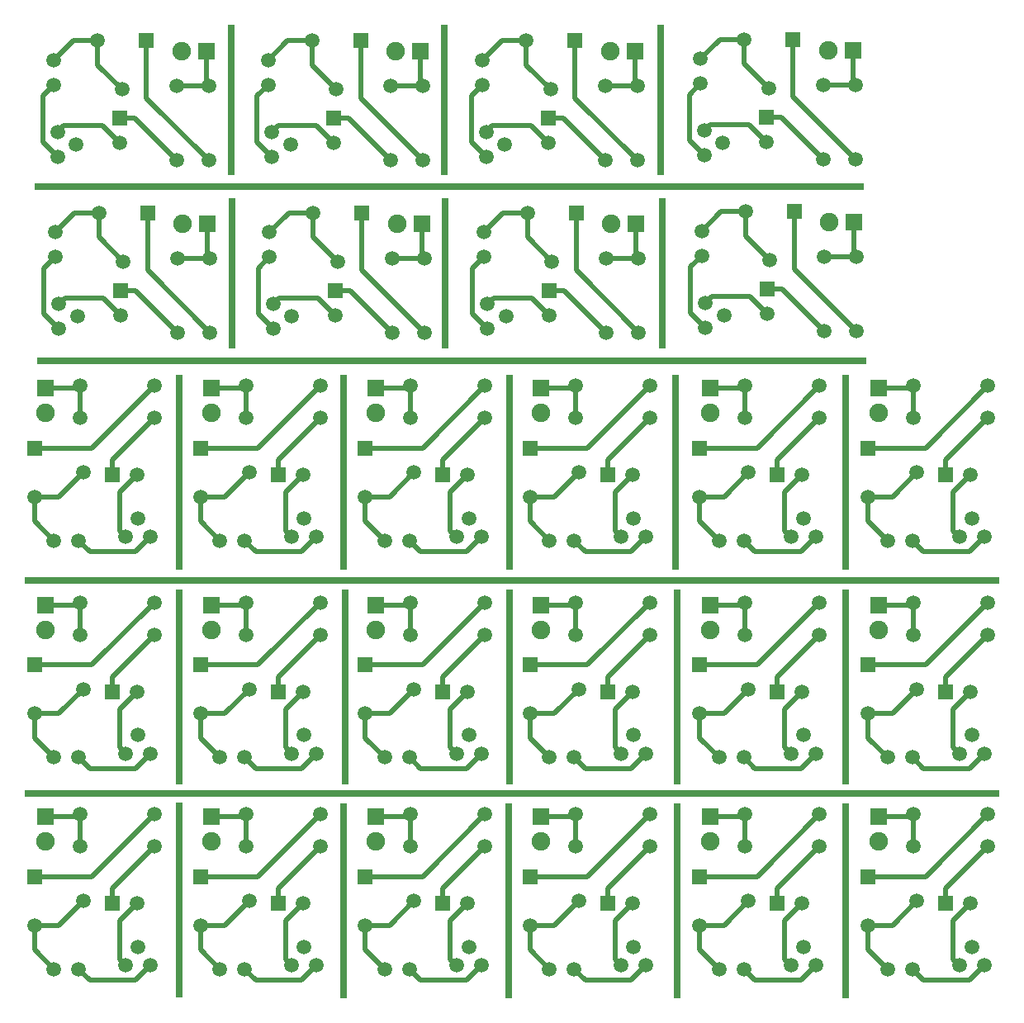
<source format=gbl>
G04 Layer_Physical_Order=2*
G04 Layer_Color=16711680*
%FSLAX25Y25*%
%MOIN*%
G70*
G01*
G75*
%ADD10C,0.02000*%
%ADD11R,0.02756X0.61024*%
%ADD12R,0.02756X0.78740*%
%ADD13R,3.34646X0.02756*%
%ADD14R,3.93701X0.02756*%
%ADD15C,0.05905*%
%ADD16R,0.05937X0.05937*%
%ADD17C,0.05937*%
%ADD18R,0.05905X0.05905*%
%ADD19R,0.07087X0.07087*%
%ADD20C,0.07480*%
%ADD21R,0.05937X0.05937*%
%ADD22R,0.05905X0.05905*%
%ADD23R,0.07087X0.07087*%
G36*
X279171Y354512D02*
X280605Y352948D01*
X280512Y350829D01*
X278948Y349395D01*
X276829Y349488D01*
X275395Y351052D01*
X275488Y353171D01*
X277052Y354605D01*
X279171Y354512D01*
D02*
G37*
G36*
X191171Y354012D02*
X192604Y352448D01*
X192512Y350329D01*
X190948Y348896D01*
X188829Y348988D01*
X187396Y350552D01*
X187488Y352671D01*
X189052Y354104D01*
X191171Y354012D01*
D02*
G37*
G36*
X104671D02*
X106105Y352448D01*
X106012Y350329D01*
X104448Y348896D01*
X102329Y348988D01*
X100896Y350552D01*
X100988Y352671D01*
X102552Y354104D01*
X104671Y354012D01*
D02*
G37*
G36*
X18171D02*
X19604Y352448D01*
X19512Y350329D01*
X17948Y348896D01*
X15829Y348988D01*
X14396Y350552D01*
X14488Y352671D01*
X16052Y354104D01*
X18171Y354012D01*
D02*
G37*
G36*
X286671Y349512D02*
X288105Y347948D01*
X288012Y345829D01*
X286448Y344395D01*
X284329Y344488D01*
X282895Y346052D01*
X282988Y348171D01*
X284552Y349605D01*
X286671Y349512D01*
D02*
G37*
G36*
X198671Y349012D02*
X200104Y347448D01*
X200012Y345329D01*
X198448Y343896D01*
X196329Y343988D01*
X194896Y345552D01*
X194988Y347671D01*
X196552Y349104D01*
X198671Y349012D01*
D02*
G37*
G36*
X112171D02*
X113604Y347448D01*
X113512Y345329D01*
X111948Y343896D01*
X109829Y343988D01*
X108396Y345552D01*
X108488Y347671D01*
X110052Y349104D01*
X112171Y349012D01*
D02*
G37*
G36*
X25671D02*
X27104Y347448D01*
X27012Y345329D01*
X25448Y343896D01*
X23329Y343988D01*
X21895Y345552D01*
X21988Y347671D01*
X23552Y349104D01*
X25671Y349012D01*
D02*
G37*
G36*
X279171Y344512D02*
X280605Y342948D01*
X280512Y340829D01*
X278948Y339395D01*
X276829Y339488D01*
X275395Y341052D01*
X275488Y343171D01*
X277052Y344604D01*
X279171Y344512D01*
D02*
G37*
G36*
X191171Y344012D02*
X192604Y342448D01*
X192512Y340329D01*
X190948Y338896D01*
X188829Y338988D01*
X187396Y340552D01*
X187488Y342671D01*
X189052Y344105D01*
X191171Y344012D01*
D02*
G37*
G36*
X104671D02*
X106105Y342448D01*
X106012Y340329D01*
X104448Y338896D01*
X102329Y338988D01*
X100896Y340552D01*
X100988Y342671D01*
X102552Y344105D01*
X104671Y344012D01*
D02*
G37*
G36*
X18171D02*
X19604Y342448D01*
X19512Y340329D01*
X17948Y338896D01*
X15829Y338988D01*
X14396Y340552D01*
X14488Y342671D01*
X16052Y344105D01*
X18171Y344012D01*
D02*
G37*
G36*
X279671Y285012D02*
X281104Y283448D01*
X281012Y281329D01*
X279448Y279895D01*
X277329Y279988D01*
X275896Y281552D01*
X275988Y283671D01*
X277552Y285104D01*
X279671Y285012D01*
D02*
G37*
G36*
X191671Y284512D02*
X193105Y282948D01*
X193012Y280829D01*
X191448Y279396D01*
X189329Y279488D01*
X187896Y281052D01*
X187988Y283171D01*
X189552Y284605D01*
X191671Y284512D01*
D02*
G37*
G36*
X105171D02*
X106605Y282948D01*
X106512Y280829D01*
X104948Y279396D01*
X102829Y279488D01*
X101395Y281052D01*
X101488Y283171D01*
X103052Y284605D01*
X105171Y284512D01*
D02*
G37*
G36*
X18671D02*
X20105Y282948D01*
X20012Y280829D01*
X18448Y279396D01*
X16329Y279488D01*
X14896Y281052D01*
X14988Y283171D01*
X16552Y284605D01*
X18671Y284512D01*
D02*
G37*
G36*
X287171Y280012D02*
X288604Y278448D01*
X288512Y276329D01*
X286948Y274896D01*
X284829Y274988D01*
X283396Y276552D01*
X283488Y278671D01*
X285052Y280104D01*
X287171Y280012D01*
D02*
G37*
G36*
X199171Y279512D02*
X200605Y277948D01*
X200512Y275829D01*
X198948Y274395D01*
X196829Y274488D01*
X195396Y276052D01*
X195488Y278171D01*
X197052Y279605D01*
X199171Y279512D01*
D02*
G37*
G36*
X112671D02*
X114104Y277948D01*
X114012Y275829D01*
X112448Y274395D01*
X110329Y274488D01*
X108896Y276052D01*
X108988Y278171D01*
X110552Y279605D01*
X112671Y279512D01*
D02*
G37*
G36*
X26171D02*
X27604Y277948D01*
X27512Y275829D01*
X25948Y274395D01*
X23829Y274488D01*
X22396Y276052D01*
X22488Y278171D01*
X24052Y279605D01*
X26171Y279512D01*
D02*
G37*
G36*
X279671Y275012D02*
X281104Y273448D01*
X281012Y271329D01*
X279448Y269896D01*
X277329Y269988D01*
X275896Y271552D01*
X275988Y273671D01*
X277552Y275104D01*
X279671Y275012D01*
D02*
G37*
G36*
X191671Y274512D02*
X193105Y272948D01*
X193012Y270829D01*
X191448Y269395D01*
X189329Y269488D01*
X187896Y271052D01*
X187988Y273171D01*
X189552Y274605D01*
X191671Y274512D01*
D02*
G37*
G36*
X105171D02*
X106605Y272948D01*
X106512Y270829D01*
X104948Y269395D01*
X102829Y269488D01*
X101395Y271052D01*
X101488Y273171D01*
X103052Y274605D01*
X105171Y274512D01*
D02*
G37*
G36*
X18671D02*
X20105Y272948D01*
X20012Y270829D01*
X18448Y269395D01*
X16329Y269488D01*
X14896Y271052D01*
X14988Y273171D01*
X16552Y274605D01*
X18671Y274512D01*
D02*
G37*
G36*
X387171Y198012D02*
X388604Y196448D01*
X388512Y194329D01*
X386948Y192895D01*
X384829Y192988D01*
X383396Y194552D01*
X383488Y196671D01*
X385052Y198105D01*
X387171Y198012D01*
D02*
G37*
G36*
X319171D02*
X320604Y196448D01*
X320512Y194329D01*
X318948Y192895D01*
X316829Y192988D01*
X315395Y194552D01*
X315488Y196671D01*
X317052Y198105D01*
X319171Y198012D01*
D02*
G37*
G36*
X250671D02*
X252104Y196448D01*
X252012Y194329D01*
X250448Y192895D01*
X248329Y192988D01*
X246896Y194552D01*
X246988Y196671D01*
X248552Y198105D01*
X250671Y198012D01*
D02*
G37*
G36*
X184171D02*
X185605Y196448D01*
X185512Y194329D01*
X183948Y192895D01*
X181829Y192988D01*
X180395Y194552D01*
X180488Y196671D01*
X182052Y198105D01*
X184171Y198012D01*
D02*
G37*
G36*
X117671D02*
X119105Y196448D01*
X119012Y194329D01*
X117448Y192895D01*
X115329Y192988D01*
X113895Y194552D01*
X113988Y196671D01*
X115552Y198105D01*
X117671Y198012D01*
D02*
G37*
G36*
X50671D02*
X52105Y196448D01*
X52012Y194329D01*
X50448Y192895D01*
X48329Y192988D01*
X46896Y194552D01*
X46988Y196671D01*
X48552Y198105D01*
X50671Y198012D01*
D02*
G37*
G36*
X392171Y190512D02*
X393604Y188948D01*
X393512Y186829D01*
X391948Y185396D01*
X389829Y185488D01*
X388396Y187052D01*
X388488Y189171D01*
X390052Y190604D01*
X392171Y190512D01*
D02*
G37*
G36*
X382171D02*
X383605Y188948D01*
X383512Y186829D01*
X381948Y185396D01*
X379829Y185488D01*
X378396Y187052D01*
X378488Y189171D01*
X380052Y190604D01*
X382171Y190512D01*
D02*
G37*
G36*
X324171D02*
X325605Y188948D01*
X325512Y186829D01*
X323948Y185396D01*
X321829Y185488D01*
X320395Y187052D01*
X320488Y189171D01*
X322052Y190604D01*
X324171Y190512D01*
D02*
G37*
G36*
X314171D02*
X315604Y188948D01*
X315512Y186829D01*
X313948Y185396D01*
X311829Y185488D01*
X310396Y187052D01*
X310488Y189171D01*
X312052Y190604D01*
X314171Y190512D01*
D02*
G37*
G36*
X255671D02*
X257104Y188948D01*
X257012Y186829D01*
X255448Y185396D01*
X253329Y185488D01*
X251895Y187052D01*
X251988Y189171D01*
X253552Y190604D01*
X255671Y190512D01*
D02*
G37*
G36*
X245671D02*
X247105Y188948D01*
X247012Y186829D01*
X245448Y185396D01*
X243329Y185488D01*
X241896Y187052D01*
X241988Y189171D01*
X243552Y190604D01*
X245671Y190512D01*
D02*
G37*
G36*
X189171D02*
X190604Y188948D01*
X190512Y186829D01*
X188948Y185396D01*
X186829Y185488D01*
X185396Y187052D01*
X185488Y189171D01*
X187052Y190604D01*
X189171Y190512D01*
D02*
G37*
G36*
X179171D02*
X180605Y188948D01*
X180512Y186829D01*
X178948Y185396D01*
X176829Y185488D01*
X175396Y187052D01*
X175488Y189171D01*
X177052Y190604D01*
X179171Y190512D01*
D02*
G37*
G36*
X122671D02*
X124104Y188948D01*
X124012Y186829D01*
X122448Y185396D01*
X120329Y185488D01*
X118895Y187052D01*
X118988Y189171D01*
X120552Y190604D01*
X122671Y190512D01*
D02*
G37*
G36*
X112671D02*
X114104Y188948D01*
X114012Y186829D01*
X112448Y185396D01*
X110329Y185488D01*
X108896Y187052D01*
X108988Y189171D01*
X110552Y190604D01*
X112671Y190512D01*
D02*
G37*
G36*
X55671D02*
X57104Y188948D01*
X57012Y186829D01*
X55448Y185396D01*
X53329Y185488D01*
X51895Y187052D01*
X51988Y189171D01*
X53552Y190604D01*
X55671Y190512D01*
D02*
G37*
G36*
X45671D02*
X47104Y188948D01*
X47012Y186829D01*
X45448Y185396D01*
X43329Y185488D01*
X41895Y187052D01*
X41988Y189171D01*
X43552Y190604D01*
X45671Y190512D01*
D02*
G37*
G36*
X387171Y110512D02*
X388604Y108948D01*
X388512Y106829D01*
X386948Y105395D01*
X384829Y105488D01*
X383396Y107052D01*
X383488Y109171D01*
X385052Y110605D01*
X387171Y110512D01*
D02*
G37*
G36*
X319171D02*
X320604Y108948D01*
X320512Y106829D01*
X318948Y105395D01*
X316829Y105488D01*
X315395Y107052D01*
X315488Y109171D01*
X317052Y110605D01*
X319171Y110512D01*
D02*
G37*
G36*
X250671D02*
X252104Y108948D01*
X252012Y106829D01*
X250448Y105395D01*
X248329Y105488D01*
X246896Y107052D01*
X246988Y109171D01*
X248552Y110605D01*
X250671Y110512D01*
D02*
G37*
G36*
X184171D02*
X185605Y108948D01*
X185512Y106829D01*
X183948Y105395D01*
X181829Y105488D01*
X180395Y107052D01*
X180488Y109171D01*
X182052Y110605D01*
X184171Y110512D01*
D02*
G37*
G36*
X117671D02*
X119105Y108948D01*
X119012Y106829D01*
X117448Y105395D01*
X115329Y105488D01*
X113895Y107052D01*
X113988Y109171D01*
X115552Y110605D01*
X117671Y110512D01*
D02*
G37*
G36*
X50671D02*
X52105Y108948D01*
X52012Y106829D01*
X50448Y105395D01*
X48329Y105488D01*
X46896Y107052D01*
X46988Y109171D01*
X48552Y110605D01*
X50671Y110512D01*
D02*
G37*
G36*
X392171Y103012D02*
X393604Y101448D01*
X393512Y99329D01*
X391948Y97895D01*
X389829Y97988D01*
X388396Y99552D01*
X388488Y101671D01*
X390052Y103104D01*
X392171Y103012D01*
D02*
G37*
G36*
X382171D02*
X383605Y101448D01*
X383512Y99329D01*
X381948Y97895D01*
X379829Y97988D01*
X378396Y99552D01*
X378488Y101671D01*
X380052Y103104D01*
X382171Y103012D01*
D02*
G37*
G36*
X324171D02*
X325605Y101448D01*
X325512Y99329D01*
X323948Y97895D01*
X321829Y97988D01*
X320395Y99552D01*
X320488Y101671D01*
X322052Y103104D01*
X324171Y103012D01*
D02*
G37*
G36*
X314171D02*
X315604Y101448D01*
X315512Y99329D01*
X313948Y97895D01*
X311829Y97988D01*
X310396Y99552D01*
X310488Y101671D01*
X312052Y103104D01*
X314171Y103012D01*
D02*
G37*
G36*
X255671D02*
X257104Y101448D01*
X257012Y99329D01*
X255448Y97895D01*
X253329Y97988D01*
X251895Y99552D01*
X251988Y101671D01*
X253552Y103104D01*
X255671Y103012D01*
D02*
G37*
G36*
X245671D02*
X247105Y101448D01*
X247012Y99329D01*
X245448Y97895D01*
X243329Y97988D01*
X241896Y99552D01*
X241988Y101671D01*
X243552Y103104D01*
X245671Y103012D01*
D02*
G37*
G36*
X189171D02*
X190604Y101448D01*
X190512Y99329D01*
X188948Y97895D01*
X186829Y97988D01*
X185396Y99552D01*
X185488Y101671D01*
X187052Y103104D01*
X189171Y103012D01*
D02*
G37*
G36*
X179171D02*
X180605Y101448D01*
X180512Y99329D01*
X178948Y97895D01*
X176829Y97988D01*
X175396Y99552D01*
X175488Y101671D01*
X177052Y103104D01*
X179171Y103012D01*
D02*
G37*
G36*
X122671D02*
X124104Y101448D01*
X124012Y99329D01*
X122448Y97895D01*
X120329Y97988D01*
X118895Y99552D01*
X118988Y101671D01*
X120552Y103104D01*
X122671Y103012D01*
D02*
G37*
G36*
X112671D02*
X114104Y101448D01*
X114012Y99329D01*
X112448Y97895D01*
X110329Y97988D01*
X108896Y99552D01*
X108988Y101671D01*
X110552Y103104D01*
X112671Y103012D01*
D02*
G37*
G36*
X55671D02*
X57104Y101448D01*
X57012Y99329D01*
X55448Y97895D01*
X53329Y97988D01*
X51895Y99552D01*
X51988Y101671D01*
X53552Y103104D01*
X55671Y103012D01*
D02*
G37*
G36*
X45671D02*
X47104Y101448D01*
X47012Y99329D01*
X45448Y97895D01*
X43329Y97988D01*
X41895Y99552D01*
X41988Y101671D01*
X43552Y103104D01*
X45671Y103012D01*
D02*
G37*
G36*
X387171Y25012D02*
X388604Y23448D01*
X388512Y21329D01*
X386948Y19895D01*
X384829Y19988D01*
X383396Y21552D01*
X383488Y23671D01*
X385052Y25104D01*
X387171Y25012D01*
D02*
G37*
G36*
X319171D02*
X320604Y23448D01*
X320512Y21329D01*
X318948Y19895D01*
X316829Y19988D01*
X315395Y21552D01*
X315488Y23671D01*
X317052Y25104D01*
X319171Y25012D01*
D02*
G37*
G36*
X250671D02*
X252104Y23448D01*
X252012Y21329D01*
X250448Y19895D01*
X248329Y19988D01*
X246896Y21552D01*
X246988Y23671D01*
X248552Y25104D01*
X250671Y25012D01*
D02*
G37*
G36*
X184171D02*
X185605Y23448D01*
X185512Y21329D01*
X183948Y19895D01*
X181829Y19988D01*
X180395Y21552D01*
X180488Y23671D01*
X182052Y25104D01*
X184171Y25012D01*
D02*
G37*
G36*
X117671D02*
X119105Y23448D01*
X119012Y21329D01*
X117448Y19895D01*
X115329Y19988D01*
X113895Y21552D01*
X113988Y23671D01*
X115552Y25104D01*
X117671Y25012D01*
D02*
G37*
G36*
X50671D02*
X52105Y23448D01*
X52012Y21329D01*
X50448Y19895D01*
X48329Y19988D01*
X46896Y21552D01*
X46988Y23671D01*
X48552Y25104D01*
X50671Y25012D01*
D02*
G37*
G36*
X392171Y17512D02*
X393604Y15948D01*
X393512Y13829D01*
X391948Y12395D01*
X389829Y12488D01*
X388396Y14052D01*
X388488Y16171D01*
X390052Y17605D01*
X392171Y17512D01*
D02*
G37*
G36*
X382171D02*
X383605Y15948D01*
X383512Y13829D01*
X381948Y12395D01*
X379829Y12488D01*
X378396Y14052D01*
X378488Y16171D01*
X380052Y17605D01*
X382171Y17512D01*
D02*
G37*
G36*
X324171D02*
X325605Y15948D01*
X325512Y13829D01*
X323948Y12395D01*
X321829Y12488D01*
X320395Y14052D01*
X320488Y16171D01*
X322052Y17605D01*
X324171Y17512D01*
D02*
G37*
G36*
X314171D02*
X315604Y15948D01*
X315512Y13829D01*
X313948Y12395D01*
X311829Y12488D01*
X310396Y14052D01*
X310488Y16171D01*
X312052Y17605D01*
X314171Y17512D01*
D02*
G37*
G36*
X255671D02*
X257104Y15948D01*
X257012Y13829D01*
X255448Y12395D01*
X253329Y12488D01*
X251895Y14052D01*
X251988Y16171D01*
X253552Y17605D01*
X255671Y17512D01*
D02*
G37*
G36*
X245671D02*
X247105Y15948D01*
X247012Y13829D01*
X245448Y12395D01*
X243329Y12488D01*
X241896Y14052D01*
X241988Y16171D01*
X243552Y17605D01*
X245671Y17512D01*
D02*
G37*
G36*
X189171D02*
X190604Y15948D01*
X190512Y13829D01*
X188948Y12395D01*
X186829Y12488D01*
X185396Y14052D01*
X185488Y16171D01*
X187052Y17605D01*
X189171Y17512D01*
D02*
G37*
G36*
X179171D02*
X180605Y15948D01*
X180512Y13829D01*
X178948Y12395D01*
X176829Y12488D01*
X175396Y14052D01*
X175488Y16171D01*
X177052Y17605D01*
X179171Y17512D01*
D02*
G37*
G36*
X122671D02*
X124104Y15948D01*
X124012Y13829D01*
X122448Y12395D01*
X120329Y12488D01*
X118895Y14052D01*
X118988Y16171D01*
X120552Y17605D01*
X122671Y17512D01*
D02*
G37*
G36*
X112671D02*
X114104Y15948D01*
X114012Y13829D01*
X112448Y12395D01*
X110329Y12488D01*
X108896Y14052D01*
X108988Y16171D01*
X110552Y17605D01*
X112671Y17512D01*
D02*
G37*
G36*
X55671D02*
X57104Y15948D01*
X57012Y13829D01*
X55448Y12395D01*
X53329Y12488D01*
X51895Y14052D01*
X51988Y16171D01*
X53552Y17605D01*
X55671Y17512D01*
D02*
G37*
G36*
X45671D02*
X47104Y15948D01*
X47012Y13829D01*
X45448Y12395D01*
X43329Y12488D01*
X41895Y14052D01*
X41988Y16171D01*
X43552Y17605D01*
X45671Y17512D01*
D02*
G37*
D10*
X338000Y371500D02*
Y384500D01*
Y371500D02*
X339000Y370500D01*
X326000D02*
X339000D01*
X313843Y365657D02*
X339000Y340500D01*
X313843Y365657D02*
Y388843D01*
X309000Y357500D02*
X326000Y340500D01*
X303000Y357500D02*
X309000D01*
X296000Y354500D02*
X303000Y347500D01*
X280500Y354500D02*
X296000D01*
X278000Y352000D02*
X280500Y354500D01*
X272000Y348000D02*
X278000Y342000D01*
X272000Y348000D02*
Y366500D01*
X276500Y371000D01*
X284343Y388843D02*
X294158D01*
X276500Y381000D02*
X284343Y388843D01*
X294158Y379000D02*
Y388843D01*
Y379000D02*
X304000Y369158D01*
X294657Y309500D02*
X304500Y299658D01*
X294657Y309500D02*
Y319342D01*
X277000Y311500D02*
X284842Y319342D01*
X294657D01*
X272500Y297000D02*
X277000Y301500D01*
X272500Y278500D02*
Y297000D01*
Y278500D02*
X278500Y272500D01*
Y282500D02*
X281000Y285000D01*
X296500D01*
X303500Y278000D01*
Y288000D02*
X309500D01*
X326500Y271000D01*
X314342Y296158D02*
Y319342D01*
Y296158D02*
X339500Y271000D01*
X326500Y301000D02*
X339500D01*
X338500Y302000D02*
X339500Y301000D01*
X338500Y302000D02*
Y315000D01*
X250000Y371000D02*
Y384000D01*
Y371000D02*
X251000Y370000D01*
X238000D02*
X251000D01*
X225842Y365158D02*
X251000Y340000D01*
X225842Y365158D02*
Y388342D01*
X221000Y357000D02*
X238000Y340000D01*
X215000Y357000D02*
X221000D01*
X208000Y354000D02*
X215000Y347000D01*
X192500Y354000D02*
X208000D01*
X190000Y351500D02*
X192500Y354000D01*
X184000Y347500D02*
X190000Y341500D01*
X184000Y347500D02*
Y366000D01*
X188500Y370500D01*
X196343Y388342D02*
X206157D01*
X188500Y380500D02*
X196343Y388342D01*
X206157Y378500D02*
Y388342D01*
Y378500D02*
X216000Y368657D01*
X206658Y309000D02*
X216500Y299158D01*
X206658Y309000D02*
Y318843D01*
X189000Y311000D02*
X196843Y318843D01*
X206658D01*
X184500Y296500D02*
X189000Y301000D01*
X184500Y278000D02*
Y296500D01*
Y278000D02*
X190500Y272000D01*
Y282000D02*
X193000Y284500D01*
X208500D01*
X215500Y277500D01*
Y287500D02*
X221500D01*
X238500Y270500D01*
X226343Y295657D02*
Y318843D01*
Y295657D02*
X251500Y270500D01*
X238500Y300500D02*
X251500D01*
X250500Y301500D02*
X251500Y300500D01*
X250500Y301500D02*
Y314500D01*
X163500Y371000D02*
Y384000D01*
Y371000D02*
X164500Y370000D01*
X151500D02*
X164500D01*
X139342Y365158D02*
X164500Y340000D01*
X139342Y365158D02*
Y388342D01*
X134500Y357000D02*
X151500Y340000D01*
X128500Y357000D02*
X134500D01*
X121500Y354000D02*
X128500Y347000D01*
X106000Y354000D02*
X121500D01*
X103500Y351500D02*
X106000Y354000D01*
X97500Y347500D02*
X103500Y341500D01*
X97500Y347500D02*
Y366000D01*
X102000Y370500D01*
X109843Y388342D02*
X119658D01*
X102000Y380500D02*
X109843Y388342D01*
X119658Y378500D02*
Y388342D01*
Y378500D02*
X129500Y368657D01*
X120158Y309000D02*
X130000Y299158D01*
X120158Y309000D02*
Y318843D01*
X102500Y311000D02*
X110343Y318843D01*
X120158D01*
X98000Y296500D02*
X102500Y301000D01*
X98000Y278000D02*
Y296500D01*
Y278000D02*
X104000Y272000D01*
Y282000D02*
X106500Y284500D01*
X122000D01*
X129000Y277500D01*
Y287500D02*
X135000D01*
X152000Y270500D01*
X139842Y295657D02*
Y318843D01*
Y295657D02*
X165000Y270500D01*
X152000Y300500D02*
X165000D01*
X164000Y301500D02*
X165000Y300500D01*
X164000Y301500D02*
Y314500D01*
X77000Y371000D02*
Y384000D01*
Y371000D02*
X78000Y370000D01*
X65000D02*
X78000D01*
X52842Y365158D02*
X78000Y340000D01*
X52842Y365158D02*
Y388342D01*
X48000Y357000D02*
X65000Y340000D01*
X42000Y357000D02*
X48000D01*
X35000Y354000D02*
X42000Y347000D01*
X19500Y354000D02*
X35000D01*
X17000Y351500D02*
X19500Y354000D01*
X11000Y347500D02*
X17000Y341500D01*
X11000Y347500D02*
Y366000D01*
X15500Y370500D01*
X23343Y388342D02*
X33158D01*
X15500Y380500D02*
X23343Y388342D01*
X33158Y378500D02*
Y388342D01*
Y378500D02*
X43000Y368657D01*
X33658Y309000D02*
X43500Y299158D01*
X33658Y309000D02*
Y318843D01*
X16000Y311000D02*
X23843Y318843D01*
X33658D01*
X11500Y296500D02*
X16000Y301000D01*
X11500Y278000D02*
Y296500D01*
Y278000D02*
X17500Y272000D01*
Y282000D02*
X20000Y284500D01*
X35500D01*
X42500Y277500D01*
Y287500D02*
X48500D01*
X65500Y270500D01*
X53342Y295657D02*
Y318843D01*
Y295657D02*
X78500Y270500D01*
X65500Y300500D02*
X78500D01*
X77500Y301500D02*
X78500Y300500D01*
X77500Y301500D02*
Y314500D01*
X12000Y248000D02*
X25000D01*
X26000Y249000D01*
Y236000D02*
Y249000D01*
X30843Y223843D02*
X56000Y249000D01*
X7658Y223843D02*
X30843D01*
X39000Y219000D02*
X56000Y236000D01*
X39000Y213000D02*
Y219000D01*
X42000Y206000D02*
X49000Y213000D01*
X42000Y190500D02*
Y206000D01*
Y190500D02*
X44500Y188000D01*
X48500Y182000D02*
X54500Y188000D01*
X30000Y182000D02*
X48500D01*
X25500Y186500D02*
X30000Y182000D01*
X7658Y194343D02*
Y204157D01*
Y194343D02*
X15500Y186500D01*
X7658Y204157D02*
X17500D01*
X27343Y214000D01*
X84500Y204157D02*
X94342Y214000D01*
X74657Y204157D02*
X84500D01*
X74657Y194343D02*
X82500Y186500D01*
X74657Y194343D02*
Y204157D01*
X92500Y186500D02*
X97000Y182000D01*
X115500D01*
X121500Y188000D01*
X109000Y190500D02*
X111500Y188000D01*
X109000Y190500D02*
Y206000D01*
X116000Y213000D01*
X106000D02*
Y219000D01*
X123000Y236000D01*
X74657Y223843D02*
X97843D01*
X123000Y249000D01*
X93000Y236000D02*
Y249000D01*
X92000Y248000D02*
X93000Y249000D01*
X79000Y248000D02*
X92000D01*
X151000Y204157D02*
X160843Y214000D01*
X141157Y204157D02*
X151000D01*
X141157Y194343D02*
X149000Y186500D01*
X141157Y194343D02*
Y204157D01*
X159000Y186500D02*
X163500Y182000D01*
X182000D01*
X188000Y188000D01*
X175500Y190500D02*
X178000Y188000D01*
X175500Y190500D02*
Y206000D01*
X182500Y213000D01*
X172500D02*
Y219000D01*
X189500Y236000D01*
X141157Y223843D02*
X164342D01*
X189500Y249000D01*
X159500Y236000D02*
Y249000D01*
X158500Y248000D02*
X159500Y249000D01*
X145500Y248000D02*
X158500D01*
X217500Y204157D02*
X227343Y214000D01*
X207658Y204157D02*
X217500D01*
X207658Y194343D02*
X215500Y186500D01*
X207658Y194343D02*
Y204157D01*
X225500Y186500D02*
X230000Y182000D01*
X248500D01*
X254500Y188000D01*
X242000Y190500D02*
X244500Y188000D01*
X242000Y190500D02*
Y206000D01*
X249000Y213000D01*
X239000D02*
Y219000D01*
X256000Y236000D01*
X207658Y223843D02*
X230842D01*
X256000Y249000D01*
X226000Y236000D02*
Y249000D01*
X225000Y248000D02*
X226000Y249000D01*
X212000Y248000D02*
X225000D01*
X354000Y204157D02*
X363843Y214000D01*
X344158Y204157D02*
X354000D01*
X344158Y194343D02*
X352000Y186500D01*
X344158Y194343D02*
Y204157D01*
X362000Y186500D02*
X366500Y182000D01*
X385000D01*
X391000Y188000D01*
X378500Y190500D02*
X381000Y188000D01*
X378500Y190500D02*
Y206000D01*
X385500Y213000D01*
X375500D02*
Y219000D01*
X392500Y236000D01*
X344158Y223843D02*
X367342D01*
X392500Y249000D01*
X362500Y236000D02*
Y249000D01*
X361500Y248000D02*
X362500Y249000D01*
X348500Y248000D02*
X361500D01*
X286000Y204157D02*
X295843Y214000D01*
X276157Y204157D02*
X286000D01*
X276157Y194343D02*
X284000Y186500D01*
X276157Y194343D02*
Y204157D01*
X294000Y186500D02*
X298500Y182000D01*
X317000D01*
X323000Y188000D01*
X310500Y190500D02*
X313000Y188000D01*
X310500Y190500D02*
Y206000D01*
X317500Y213000D01*
X307500D02*
Y219000D01*
X324500Y236000D01*
X276157Y223843D02*
X299342D01*
X324500Y249000D01*
X294500Y236000D02*
Y249000D01*
X293500Y248000D02*
X294500Y249000D01*
X280500Y248000D02*
X293500D01*
X12000Y160500D02*
X25000D01*
X26000Y161500D01*
Y148500D02*
Y161500D01*
X30843Y136343D02*
X56000Y161500D01*
X7658Y136343D02*
X30843D01*
X39000Y131500D02*
X56000Y148500D01*
X39000Y125500D02*
Y131500D01*
X42000Y118500D02*
X49000Y125500D01*
X42000Y103000D02*
Y118500D01*
Y103000D02*
X44500Y100500D01*
X48500Y94500D02*
X54500Y100500D01*
X30000Y94500D02*
X48500D01*
X25500Y99000D02*
X30000Y94500D01*
X7658Y106843D02*
Y116657D01*
Y106843D02*
X15500Y99000D01*
X7658Y116657D02*
X17500D01*
X27343Y126500D01*
X84500Y116657D02*
X94342Y126500D01*
X74657Y116657D02*
X84500D01*
X74657Y106843D02*
X82500Y99000D01*
X74657Y106843D02*
Y116657D01*
X92500Y99000D02*
X97000Y94500D01*
X115500D01*
X121500Y100500D01*
X109000Y103000D02*
X111500Y100500D01*
X109000Y103000D02*
Y118500D01*
X116000Y125500D01*
X106000D02*
Y131500D01*
X123000Y148500D01*
X74657Y136343D02*
X97843D01*
X123000Y161500D01*
X93000Y148500D02*
Y161500D01*
X92000Y160500D02*
X93000Y161500D01*
X79000Y160500D02*
X92000D01*
X151000Y116657D02*
X160843Y126500D01*
X141157Y116657D02*
X151000D01*
X141157Y106843D02*
X149000Y99000D01*
X141157Y106843D02*
Y116657D01*
X159000Y99000D02*
X163500Y94500D01*
X182000D01*
X188000Y100500D01*
X175500Y103000D02*
X178000Y100500D01*
X175500Y103000D02*
Y118500D01*
X182500Y125500D01*
X172500D02*
Y131500D01*
X189500Y148500D01*
X141157Y136343D02*
X164342D01*
X189500Y161500D01*
X159500Y148500D02*
Y161500D01*
X158500Y160500D02*
X159500Y161500D01*
X145500Y160500D02*
X158500D01*
X217500Y116657D02*
X227343Y126500D01*
X207658Y116657D02*
X217500D01*
X207658Y106843D02*
X215500Y99000D01*
X207658Y106843D02*
Y116657D01*
X225500Y99000D02*
X230000Y94500D01*
X248500D01*
X254500Y100500D01*
X242000Y103000D02*
X244500Y100500D01*
X242000Y103000D02*
Y118500D01*
X249000Y125500D01*
X239000D02*
Y131500D01*
X256000Y148500D01*
X207658Y136343D02*
X230842D01*
X256000Y161500D01*
X226000Y148500D02*
Y161500D01*
X225000Y160500D02*
X226000Y161500D01*
X212000Y160500D02*
X225000D01*
X354000Y116657D02*
X363843Y126500D01*
X344158Y116657D02*
X354000D01*
X344158Y106843D02*
X352000Y99000D01*
X344158Y106843D02*
Y116657D01*
X362000Y99000D02*
X366500Y94500D01*
X385000D01*
X391000Y100500D01*
X378500Y103000D02*
X381000Y100500D01*
X378500Y103000D02*
Y118500D01*
X385500Y125500D01*
X375500D02*
Y131500D01*
X392500Y148500D01*
X344158Y136343D02*
X367342D01*
X392500Y161500D01*
X362500Y148500D02*
Y161500D01*
X361500Y160500D02*
X362500Y161500D01*
X348500Y160500D02*
X361500D01*
X286000Y116657D02*
X295843Y126500D01*
X276157Y116657D02*
X286000D01*
X276157Y106843D02*
X284000Y99000D01*
X276157Y106843D02*
Y116657D01*
X294000Y99000D02*
X298500Y94500D01*
X317000D01*
X323000Y100500D01*
X310500Y103000D02*
X313000Y100500D01*
X310500Y103000D02*
Y118500D01*
X317500Y125500D01*
X307500D02*
Y131500D01*
X324500Y148500D01*
X276157Y136343D02*
X299342D01*
X324500Y161500D01*
X294500Y148500D02*
Y161500D01*
X293500Y160500D02*
X294500Y161500D01*
X280500Y160500D02*
X293500D01*
X280500Y75000D02*
X293500D01*
X294500Y76000D01*
Y63000D02*
Y76000D01*
X299342Y50842D02*
X324500Y76000D01*
X276157Y50842D02*
X299342D01*
X307500Y46000D02*
X324500Y63000D01*
X307500Y40000D02*
Y46000D01*
X310500Y33000D02*
X317500Y40000D01*
X310500Y17500D02*
Y33000D01*
Y17500D02*
X313000Y15000D01*
X317000Y9000D02*
X323000Y15000D01*
X298500Y9000D02*
X317000D01*
X294000Y13500D02*
X298500Y9000D01*
X276157Y21342D02*
Y31157D01*
Y21342D02*
X284000Y13500D01*
X276157Y31157D02*
X286000D01*
X295843Y41000D01*
X348500Y75000D02*
X361500D01*
X362500Y76000D01*
Y63000D02*
Y76000D01*
X367342Y50842D02*
X392500Y76000D01*
X344158Y50842D02*
X367342D01*
X375500Y46000D02*
X392500Y63000D01*
X375500Y40000D02*
Y46000D01*
X378500Y33000D02*
X385500Y40000D01*
X378500Y17500D02*
Y33000D01*
Y17500D02*
X381000Y15000D01*
X385000Y9000D02*
X391000Y15000D01*
X366500Y9000D02*
X385000D01*
X362000Y13500D02*
X366500Y9000D01*
X344158Y21342D02*
Y31157D01*
Y21342D02*
X352000Y13500D01*
X344158Y31157D02*
X354000D01*
X363843Y41000D01*
X212000Y75000D02*
X225000D01*
X226000Y76000D01*
Y63000D02*
Y76000D01*
X230842Y50842D02*
X256000Y76000D01*
X207658Y50842D02*
X230842D01*
X239000Y46000D02*
X256000Y63000D01*
X239000Y40000D02*
Y46000D01*
X242000Y33000D02*
X249000Y40000D01*
X242000Y17500D02*
Y33000D01*
Y17500D02*
X244500Y15000D01*
X248500Y9000D02*
X254500Y15000D01*
X230000Y9000D02*
X248500D01*
X225500Y13500D02*
X230000Y9000D01*
X207658Y21342D02*
Y31157D01*
Y21342D02*
X215500Y13500D01*
X207658Y31157D02*
X217500D01*
X227343Y41000D01*
X145500Y75000D02*
X158500D01*
X159500Y76000D01*
Y63000D02*
Y76000D01*
X164342Y50842D02*
X189500Y76000D01*
X141157Y50842D02*
X164342D01*
X172500Y46000D02*
X189500Y63000D01*
X172500Y40000D02*
Y46000D01*
X175500Y33000D02*
X182500Y40000D01*
X175500Y17500D02*
Y33000D01*
Y17500D02*
X178000Y15000D01*
X182000Y9000D02*
X188000Y15000D01*
X163500Y9000D02*
X182000D01*
X159000Y13500D02*
X163500Y9000D01*
X141157Y21342D02*
Y31157D01*
Y21342D02*
X149000Y13500D01*
X141157Y31157D02*
X151000D01*
X160843Y41000D01*
X79000Y75000D02*
X92000D01*
X93000Y76000D01*
Y63000D02*
Y76000D01*
X97843Y50842D02*
X123000Y76000D01*
X74657Y50842D02*
X97843D01*
X106000Y46000D02*
X123000Y63000D01*
X106000Y40000D02*
Y46000D01*
X109000Y33000D02*
X116000Y40000D01*
X109000Y17500D02*
Y33000D01*
Y17500D02*
X111500Y15000D01*
X115500Y9000D02*
X121500Y15000D01*
X97000Y9000D02*
X115500D01*
X92500Y13500D02*
X97000Y9000D01*
X74657Y21342D02*
Y31157D01*
Y21342D02*
X82500Y13500D01*
X74657Y31157D02*
X84500D01*
X94342Y41000D01*
X17500Y31157D02*
X27343Y41000D01*
X7658Y31157D02*
X17500D01*
X7658Y21342D02*
X15500Y13500D01*
X7658Y21342D02*
Y31157D01*
X25500Y13500D02*
X30000Y9000D01*
X48500D01*
X54500Y15000D01*
X42000Y17500D02*
X44500Y15000D01*
X42000Y17500D02*
Y33000D01*
X49000Y40000D01*
X39000D02*
Y46000D01*
X56000Y63000D01*
X7658Y50842D02*
X30843D01*
X56000Y76000D01*
X26000Y63000D02*
Y76000D01*
X25000Y75000D02*
X26000Y76000D01*
X12000Y75000D02*
X25000D01*
D11*
X260500Y364500D02*
D03*
X261000Y294500D02*
D03*
X173000Y364500D02*
D03*
X173500Y294500D02*
D03*
X87500D02*
D03*
X87000Y364500D02*
D03*
D12*
X335000Y214000D02*
D03*
X266500D02*
D03*
X199500D02*
D03*
X132500D02*
D03*
X66000D02*
D03*
Y127500D02*
D03*
X133000D02*
D03*
X199500D02*
D03*
X267000D02*
D03*
X335000D02*
D03*
Y41000D02*
D03*
X267000D02*
D03*
X199000D02*
D03*
X132500D02*
D03*
X66000Y41500D02*
D03*
D13*
X175000Y329500D02*
D03*
X176000Y259000D02*
D03*
D14*
X200500Y170500D02*
D03*
Y84500D02*
D03*
D15*
X339000Y370500D02*
D03*
Y340500D02*
D03*
X326000Y370500D02*
D03*
Y340500D02*
D03*
X278000Y352000D02*
D03*
X285500Y347000D02*
D03*
X278000Y342000D02*
D03*
X276500Y381000D02*
D03*
Y371000D02*
D03*
X303000Y347500D02*
D03*
X303500Y278000D02*
D03*
X277000Y311500D02*
D03*
Y301500D02*
D03*
X278500Y282500D02*
D03*
X286000Y277500D02*
D03*
X278500Y272500D02*
D03*
X326500Y301000D02*
D03*
Y271000D02*
D03*
X339500Y301000D02*
D03*
Y271000D02*
D03*
X251000Y370000D02*
D03*
Y340000D02*
D03*
X238000Y370000D02*
D03*
Y340000D02*
D03*
X190000Y351500D02*
D03*
X197500Y346500D02*
D03*
X190000Y341500D02*
D03*
X188500Y380500D02*
D03*
Y370500D02*
D03*
X215000Y347000D02*
D03*
X215500Y277500D02*
D03*
X189000Y311000D02*
D03*
Y301000D02*
D03*
X190500Y282000D02*
D03*
X198000Y277000D02*
D03*
X190500Y272000D02*
D03*
X238500Y300500D02*
D03*
Y270500D02*
D03*
X251500Y300500D02*
D03*
Y270500D02*
D03*
X164500Y370000D02*
D03*
Y340000D02*
D03*
X151500Y370000D02*
D03*
Y340000D02*
D03*
X103500Y351500D02*
D03*
X111000Y346500D02*
D03*
X103500Y341500D02*
D03*
X102000Y380500D02*
D03*
Y370500D02*
D03*
X128500Y347000D02*
D03*
X129000Y277500D02*
D03*
X102500Y311000D02*
D03*
Y301000D02*
D03*
X104000Y282000D02*
D03*
X111500Y277000D02*
D03*
X104000Y272000D02*
D03*
X152000Y300500D02*
D03*
Y270500D02*
D03*
X165000Y300500D02*
D03*
Y270500D02*
D03*
X78000Y370000D02*
D03*
Y340000D02*
D03*
X65000Y370000D02*
D03*
Y340000D02*
D03*
X17000Y351500D02*
D03*
X24500Y346500D02*
D03*
X17000Y341500D02*
D03*
X15500Y380500D02*
D03*
Y370500D02*
D03*
X42000Y347000D02*
D03*
X42500Y277500D02*
D03*
X16000Y311000D02*
D03*
Y301000D02*
D03*
X17500Y282000D02*
D03*
X25000Y277000D02*
D03*
X17500Y272000D02*
D03*
X65500Y300500D02*
D03*
Y270500D02*
D03*
X78500Y300500D02*
D03*
Y270500D02*
D03*
X26000Y249000D02*
D03*
X56000D02*
D03*
X26000Y236000D02*
D03*
X56000D02*
D03*
X44500Y188000D02*
D03*
X49500Y195500D02*
D03*
X54500Y188000D02*
D03*
X15500Y186500D02*
D03*
X25500D02*
D03*
X49000Y213000D02*
D03*
X116000D02*
D03*
X82500Y186500D02*
D03*
X92500D02*
D03*
X111500Y188000D02*
D03*
X116500Y195500D02*
D03*
X121500Y188000D02*
D03*
X93000Y236000D02*
D03*
X123000D02*
D03*
X93000Y249000D02*
D03*
X123000D02*
D03*
X182500Y213000D02*
D03*
X149000Y186500D02*
D03*
X159000D02*
D03*
X178000Y188000D02*
D03*
X183000Y195500D02*
D03*
X188000Y188000D02*
D03*
X159500Y236000D02*
D03*
X189500D02*
D03*
X159500Y249000D02*
D03*
X189500D02*
D03*
X249000Y213000D02*
D03*
X215500Y186500D02*
D03*
X225500D02*
D03*
X244500Y188000D02*
D03*
X249500Y195500D02*
D03*
X254500Y188000D02*
D03*
X226000Y236000D02*
D03*
X256000D02*
D03*
X226000Y249000D02*
D03*
X256000D02*
D03*
X385500Y213000D02*
D03*
X352000Y186500D02*
D03*
X362000D02*
D03*
X381000Y188000D02*
D03*
X386000Y195500D02*
D03*
X391000Y188000D02*
D03*
X362500Y236000D02*
D03*
X392500D02*
D03*
X362500Y249000D02*
D03*
X392500D02*
D03*
X317500Y213000D02*
D03*
X284000Y186500D02*
D03*
X294000D02*
D03*
X313000Y188000D02*
D03*
X318000Y195500D02*
D03*
X323000Y188000D02*
D03*
X294500Y236000D02*
D03*
X324500D02*
D03*
X294500Y249000D02*
D03*
X324500D02*
D03*
X26000Y161500D02*
D03*
X56000D02*
D03*
X26000Y148500D02*
D03*
X56000D02*
D03*
X44500Y100500D02*
D03*
X49500Y108000D02*
D03*
X54500Y100500D02*
D03*
X15500Y99000D02*
D03*
X25500D02*
D03*
X49000Y125500D02*
D03*
X116000D02*
D03*
X82500Y99000D02*
D03*
X92500D02*
D03*
X111500Y100500D02*
D03*
X116500Y108000D02*
D03*
X121500Y100500D02*
D03*
X93000Y148500D02*
D03*
X123000D02*
D03*
X93000Y161500D02*
D03*
X123000D02*
D03*
X182500Y125500D02*
D03*
X149000Y99000D02*
D03*
X159000D02*
D03*
X178000Y100500D02*
D03*
X183000Y108000D02*
D03*
X188000Y100500D02*
D03*
X159500Y148500D02*
D03*
X189500D02*
D03*
X159500Y161500D02*
D03*
X189500D02*
D03*
X249000Y125500D02*
D03*
X215500Y99000D02*
D03*
X225500D02*
D03*
X244500Y100500D02*
D03*
X249500Y108000D02*
D03*
X254500Y100500D02*
D03*
X226000Y148500D02*
D03*
X256000D02*
D03*
X226000Y161500D02*
D03*
X256000D02*
D03*
X385500Y125500D02*
D03*
X352000Y99000D02*
D03*
X362000D02*
D03*
X381000Y100500D02*
D03*
X386000Y108000D02*
D03*
X391000Y100500D02*
D03*
X362500Y148500D02*
D03*
X392500D02*
D03*
X362500Y161500D02*
D03*
X392500D02*
D03*
X317500Y125500D02*
D03*
X284000Y99000D02*
D03*
X294000D02*
D03*
X313000Y100500D02*
D03*
X318000Y108000D02*
D03*
X323000Y100500D02*
D03*
X294500Y148500D02*
D03*
X324500D02*
D03*
X294500Y161500D02*
D03*
X324500D02*
D03*
X294500Y76000D02*
D03*
X324500D02*
D03*
X294500Y63000D02*
D03*
X324500D02*
D03*
X313000Y15000D02*
D03*
X318000Y22500D02*
D03*
X323000Y15000D02*
D03*
X284000Y13500D02*
D03*
X294000D02*
D03*
X317500Y40000D02*
D03*
X362500Y76000D02*
D03*
X392500D02*
D03*
X362500Y63000D02*
D03*
X392500D02*
D03*
X381000Y15000D02*
D03*
X386000Y22500D02*
D03*
X391000Y15000D02*
D03*
X352000Y13500D02*
D03*
X362000D02*
D03*
X385500Y40000D02*
D03*
X226000Y76000D02*
D03*
X256000D02*
D03*
X226000Y63000D02*
D03*
X256000D02*
D03*
X244500Y15000D02*
D03*
X249500Y22500D02*
D03*
X254500Y15000D02*
D03*
X215500Y13500D02*
D03*
X225500D02*
D03*
X249000Y40000D02*
D03*
X159500Y76000D02*
D03*
X189500D02*
D03*
X159500Y63000D02*
D03*
X189500D02*
D03*
X178000Y15000D02*
D03*
X183000Y22500D02*
D03*
X188000Y15000D02*
D03*
X149000Y13500D02*
D03*
X159000D02*
D03*
X182500Y40000D02*
D03*
X93000Y76000D02*
D03*
X123000D02*
D03*
X93000Y63000D02*
D03*
X123000D02*
D03*
X111500Y15000D02*
D03*
X116500Y22500D02*
D03*
X121500Y15000D02*
D03*
X82500Y13500D02*
D03*
X92500D02*
D03*
X116000Y40000D02*
D03*
X26000Y63000D02*
D03*
X56000D02*
D03*
X26000Y76000D02*
D03*
X56000D02*
D03*
X49000Y40000D02*
D03*
X44500Y15000D02*
D03*
X49500Y22500D02*
D03*
X54500Y15000D02*
D03*
X15500Y13500D02*
D03*
X25500D02*
D03*
D16*
X313843Y388843D02*
D03*
X314342Y319342D02*
D03*
X225842Y388342D02*
D03*
X226343Y318843D02*
D03*
X139342Y388342D02*
D03*
X139842Y318843D02*
D03*
X52842Y388342D02*
D03*
X53342Y318843D02*
D03*
D17*
X304000Y369158D02*
D03*
X294158Y388843D02*
D03*
X304500Y299658D02*
D03*
X294657Y319342D02*
D03*
X216000Y368657D02*
D03*
X206157Y388342D02*
D03*
X216500Y299158D02*
D03*
X206658Y318843D02*
D03*
X129500Y368657D02*
D03*
X119658Y388342D02*
D03*
X130000Y299158D02*
D03*
X120158Y318843D02*
D03*
X43000Y368657D02*
D03*
X33158Y388342D02*
D03*
X43500Y299158D02*
D03*
X33658Y318843D02*
D03*
X27343Y214000D02*
D03*
X7658Y204157D02*
D03*
X94342Y214000D02*
D03*
X74657Y204157D02*
D03*
X160843Y214000D02*
D03*
X141157Y204157D02*
D03*
X227343Y214000D02*
D03*
X207658Y204157D02*
D03*
X363843Y214000D02*
D03*
X344158Y204157D02*
D03*
X295843Y214000D02*
D03*
X276157Y204157D02*
D03*
X27343Y126500D02*
D03*
X7658Y116657D02*
D03*
X94342Y126500D02*
D03*
X74657Y116657D02*
D03*
X160843Y126500D02*
D03*
X141157Y116657D02*
D03*
X227343Y126500D02*
D03*
X207658Y116657D02*
D03*
X363843Y126500D02*
D03*
X344158Y116657D02*
D03*
X295843Y126500D02*
D03*
X276157Y116657D02*
D03*
X295843Y41000D02*
D03*
X276157Y31157D02*
D03*
X363843Y41000D02*
D03*
X344158Y31157D02*
D03*
X227343Y41000D02*
D03*
X207658Y31157D02*
D03*
X160843Y41000D02*
D03*
X141157Y31157D02*
D03*
X94342Y41000D02*
D03*
X74657Y31157D02*
D03*
X27343Y41000D02*
D03*
X7658Y31157D02*
D03*
D18*
X303000Y357500D02*
D03*
X303500Y288000D02*
D03*
X215000Y357000D02*
D03*
X215500Y287500D02*
D03*
X128500Y357000D02*
D03*
X129000Y287500D02*
D03*
X42000Y357000D02*
D03*
X42500Y287500D02*
D03*
D19*
X338000Y384500D02*
D03*
X338500Y315000D02*
D03*
X250000Y384000D02*
D03*
X250500Y314500D02*
D03*
X163500Y384000D02*
D03*
X164000Y314500D02*
D03*
X77000Y384000D02*
D03*
X77500Y314500D02*
D03*
D20*
X328000Y384500D02*
D03*
X328500Y315000D02*
D03*
X240000Y384000D02*
D03*
X240500Y314500D02*
D03*
X153500Y384000D02*
D03*
X154000Y314500D02*
D03*
X67000Y384000D02*
D03*
X67500Y314500D02*
D03*
X12000Y238000D02*
D03*
X79000D02*
D03*
X145500D02*
D03*
X212000D02*
D03*
X348500D02*
D03*
X280500D02*
D03*
X12000Y150500D02*
D03*
X79000D02*
D03*
X145500D02*
D03*
X212000D02*
D03*
X348500D02*
D03*
X280500D02*
D03*
Y65000D02*
D03*
X348500D02*
D03*
X212000D02*
D03*
X145500D02*
D03*
X79000D02*
D03*
X12000D02*
D03*
D21*
X7658Y223843D02*
D03*
X74657D02*
D03*
X141157D02*
D03*
X207658D02*
D03*
X344158D02*
D03*
X276157D02*
D03*
X7658Y136343D02*
D03*
X74657D02*
D03*
X141157D02*
D03*
X207658D02*
D03*
X344158D02*
D03*
X276157D02*
D03*
Y50842D02*
D03*
X344158D02*
D03*
X207658D02*
D03*
X141157D02*
D03*
X74657D02*
D03*
X7658D02*
D03*
D22*
X39000Y213000D02*
D03*
X106000D02*
D03*
X172500D02*
D03*
X239000D02*
D03*
X375500D02*
D03*
X307500D02*
D03*
X39000Y125500D02*
D03*
X106000D02*
D03*
X172500D02*
D03*
X239000D02*
D03*
X375500D02*
D03*
X307500D02*
D03*
Y40000D02*
D03*
X375500D02*
D03*
X239000D02*
D03*
X172500D02*
D03*
X106000D02*
D03*
X39000D02*
D03*
D23*
X12000Y248000D02*
D03*
X79000D02*
D03*
X145500D02*
D03*
X212000D02*
D03*
X348500D02*
D03*
X280500D02*
D03*
X12000Y160500D02*
D03*
X79000D02*
D03*
X145500D02*
D03*
X212000D02*
D03*
X348500D02*
D03*
X280500D02*
D03*
Y75000D02*
D03*
X348500D02*
D03*
X212000D02*
D03*
X145500D02*
D03*
X79000D02*
D03*
X12000D02*
D03*
M02*

</source>
